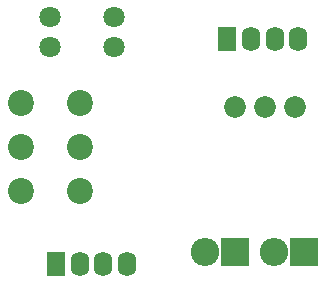
<source format=gbs>
G04 #@! TF.FileFunction,Soldermask,Bot*
%FSLAX46Y46*%
G04 Gerber Fmt 4.6, Leading zero omitted, Abs format (unit mm)*
G04 Created by KiCad (PCBNEW 4.0.4-1.fc24-product) date Thu Mar  1 09:37:53 2018*
%MOMM*%
%LPD*%
G01*
G04 APERTURE LIST*
%ADD10C,0.100000*%
%ADD11C,1.800000*%
%ADD12R,1.600000X2.100000*%
%ADD13O,1.600000X2.100000*%
%ADD14C,2.200000*%
%ADD15C,1.840000*%
%ADD16O,2.398980X2.398980*%
%ADD17R,2.398980X2.398980*%
G04 APERTURE END LIST*
D10*
D11*
X137500000Y-80500000D03*
X137500000Y-83000000D03*
X142900000Y-80500000D03*
X142900000Y-83000000D03*
D12*
X138000000Y-101400000D03*
D13*
X140000000Y-101400000D03*
X142000000Y-101400000D03*
X144000000Y-101400000D03*
D14*
X135000000Y-87750000D03*
X135000000Y-91500000D03*
X135000000Y-95250000D03*
X140000000Y-87750000D03*
X140000000Y-91500000D03*
X140000000Y-95250000D03*
D15*
X158200000Y-88100000D03*
X155660000Y-88100000D03*
X153120000Y-88100000D03*
D16*
X150560000Y-100400000D03*
D17*
X153100000Y-100400000D03*
D16*
X156400000Y-100400000D03*
D17*
X158940000Y-100400000D03*
D12*
X152500000Y-82350000D03*
D13*
X154500000Y-82350000D03*
X156500000Y-82350000D03*
X158500000Y-82350000D03*
M02*

</source>
